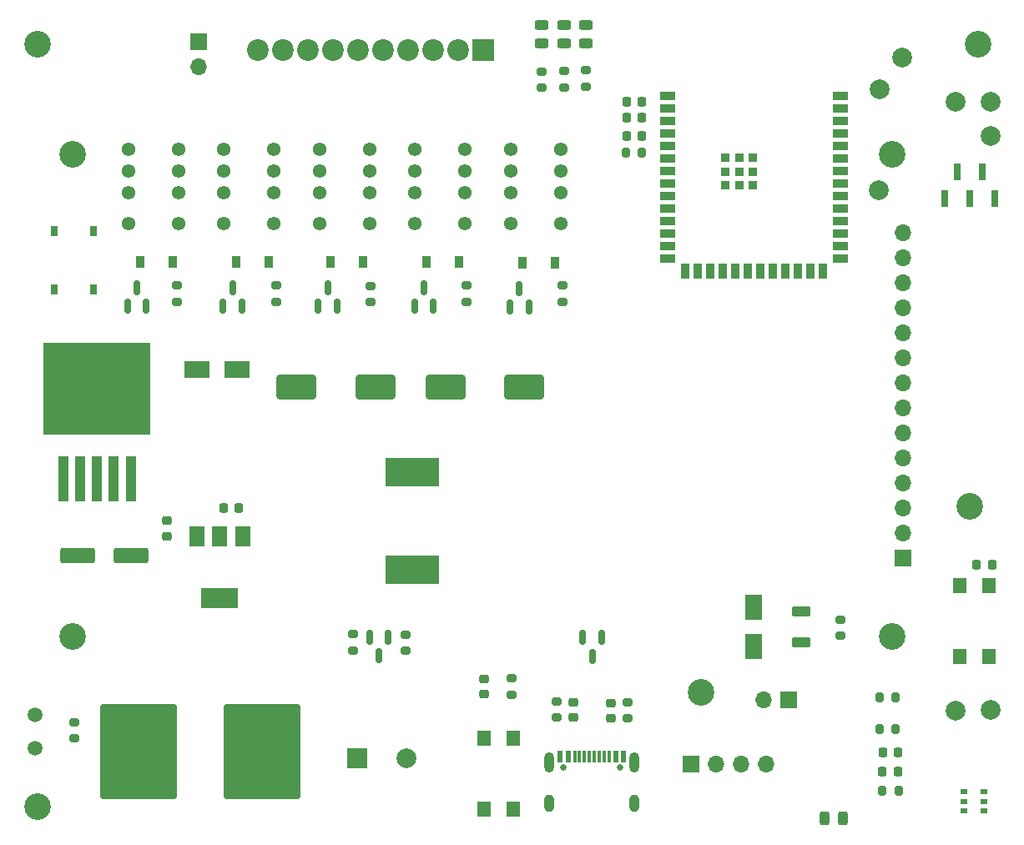
<source format=gbr>
%TF.GenerationSoftware,KiCad,Pcbnew,6.0.11+dfsg-1~bpo11+1*%
%TF.CreationDate,2024-01-26T07:42:42-05:00*%
%TF.ProjectId,Thermostat,54686572-6d6f-4737-9461-742e6b696361,V0.5.2*%
%TF.SameCoordinates,Original*%
%TF.FileFunction,Soldermask,Top*%
%TF.FilePolarity,Negative*%
%FSLAX46Y46*%
G04 Gerber Fmt 4.6, Leading zero omitted, Abs format (unit mm)*
G04 Created by KiCad (PCBNEW 6.0.11+dfsg-1~bpo11+1) date 2024-01-26 07:42:42*
%MOMM*%
%LPD*%
G01*
G04 APERTURE LIST*
G04 Aperture macros list*
%AMRoundRect*
0 Rectangle with rounded corners*
0 $1 Rounding radius*
0 $2 $3 $4 $5 $6 $7 $8 $9 X,Y pos of 4 corners*
0 Add a 4 corners polygon primitive as box body*
4,1,4,$2,$3,$4,$5,$6,$7,$8,$9,$2,$3,0*
0 Add four circle primitives for the rounded corners*
1,1,$1+$1,$2,$3*
1,1,$1+$1,$4,$5*
1,1,$1+$1,$6,$7*
1,1,$1+$1,$8,$9*
0 Add four rect primitives between the rounded corners*
20,1,$1+$1,$2,$3,$4,$5,0*
20,1,$1+$1,$4,$5,$6,$7,0*
20,1,$1+$1,$6,$7,$8,$9,0*
20,1,$1+$1,$8,$9,$2,$3,0*%
G04 Aperture macros list end*
%ADD10R,1.100000X4.600000*%
%ADD11R,10.800000X9.400000*%
%ADD12C,1.381000*%
%ADD13RoundRect,0.150000X-0.150000X0.587500X-0.150000X-0.587500X0.150000X-0.587500X0.150000X0.587500X0*%
%ADD14RoundRect,0.200000X-0.275000X0.200000X-0.275000X-0.200000X0.275000X-0.200000X0.275000X0.200000X0*%
%ADD15C,1.500000*%
%ADD16C,2.700000*%
%ADD17R,0.700000X1.000000*%
%ADD18C,2.000000*%
%ADD19R,1.700000X1.700000*%
%ADD20O,1.700000X1.700000*%
%ADD21RoundRect,0.150000X0.150000X-0.587500X0.150000X0.587500X-0.150000X0.587500X-0.150000X-0.587500X0*%
%ADD22RoundRect,0.225000X0.250000X-0.225000X0.250000X0.225000X-0.250000X0.225000X-0.250000X-0.225000X0*%
%ADD23RoundRect,0.200000X0.275000X-0.200000X0.275000X0.200000X-0.275000X0.200000X-0.275000X-0.200000X0*%
%ADD24C,0.650000*%
%ADD25R,0.600000X1.240000*%
%ADD26R,0.300000X1.240000*%
%ADD27O,1.000000X2.100000*%
%ADD28O,1.000000X1.800000*%
%ADD29R,0.900000X1.200000*%
%ADD30RoundRect,0.200000X0.200000X0.275000X-0.200000X0.275000X-0.200000X-0.275000X0.200000X-0.275000X0*%
%ADD31RoundRect,0.225000X-0.225000X-0.250000X0.225000X-0.250000X0.225000X0.250000X-0.225000X0.250000X0*%
%ADD32RoundRect,0.225000X0.225000X0.250000X-0.225000X0.250000X-0.225000X-0.250000X0.225000X-0.250000X0*%
%ADD33R,1.800000X2.500000*%
%ADD34R,1.500000X2.000000*%
%ADD35R,3.800000X2.000000*%
%ADD36R,0.800000X0.500000*%
%ADD37R,2.000000X2.000000*%
%ADD38RoundRect,0.250000X1.500000X0.550000X-1.500000X0.550000X-1.500000X-0.550000X1.500000X-0.550000X0*%
%ADD39RoundRect,0.200000X-0.200000X-0.275000X0.200000X-0.275000X0.200000X0.275000X-0.200000X0.275000X0*%
%ADD40RoundRect,0.243750X-0.456250X0.243750X-0.456250X-0.243750X0.456250X-0.243750X0.456250X0.243750X0*%
%ADD41RoundRect,0.249998X-3.650002X-4.550002X3.650002X-4.550002X3.650002X4.550002X-3.650002X4.550002X0*%
%ADD42R,5.410200X2.895600*%
%ADD43R,1.400000X1.600000*%
%ADD44RoundRect,0.250000X0.700000X-0.275000X0.700000X0.275000X-0.700000X0.275000X-0.700000X-0.275000X0*%
%ADD45RoundRect,0.243750X-0.243750X-0.456250X0.243750X-0.456250X0.243750X0.456250X-0.243750X0.456250X0*%
%ADD46R,2.500000X1.800000*%
%ADD47RoundRect,0.250000X1.750000X1.000000X-1.750000X1.000000X-1.750000X-1.000000X1.750000X-1.000000X0*%
%ADD48R,1.500000X0.900000*%
%ADD49R,0.900000X1.500000*%
%ADD50R,0.900000X0.900000*%
%ADD51R,2.200000X2.200000*%
%ADD52C,2.200000*%
%ADD53R,0.650000X1.800000*%
G04 APERTURE END LIST*
D10*
%TO.C,U2*%
X116375000Y-113045000D03*
X118075000Y-113045000D03*
X119775000Y-113045000D03*
D11*
X119775000Y-103895000D03*
D10*
X121475000Y-113045000D03*
X123175000Y-113045000D03*
%TD*%
D12*
%TO.C,K1*%
X128015000Y-87170000D03*
X128015000Y-83970000D03*
X128015000Y-81770000D03*
X128015000Y-79570000D03*
X122935000Y-79570000D03*
X122935000Y-81770000D03*
X122935000Y-83970000D03*
X122935000Y-87170000D03*
%TD*%
D13*
%TO.C,Q1*%
X149320000Y-129160000D03*
X147420000Y-129160000D03*
X148370000Y-131035000D03*
%TD*%
D14*
%TO.C,R8*%
X169340000Y-71595000D03*
X169340000Y-73245000D03*
%TD*%
D15*
%TO.C,R12*%
X113440000Y-137010000D03*
X113440000Y-140410000D03*
%TD*%
D16*
%TO.C,H3*%
X181040000Y-134700000D03*
%TD*%
D17*
%TO.C,BR1*%
X119440000Y-87895000D03*
X115440000Y-87895000D03*
X115440000Y-93845000D03*
X119440000Y-93845000D03*
%TD*%
D14*
%TO.C,R15*%
X151060000Y-128872500D03*
X151060000Y-130522500D03*
%TD*%
D18*
%TO.C,TP2*%
X210390000Y-136490000D03*
%TD*%
D19*
%TO.C,J2*%
X130040000Y-68660000D03*
D20*
X130040000Y-71200000D03*
%TD*%
D21*
%TO.C,Q5*%
X151970000Y-95557500D03*
X153870000Y-95557500D03*
X152920000Y-93682500D03*
%TD*%
D18*
%TO.C,TP3*%
X206870000Y-74770000D03*
%TD*%
%TO.C,TP5*%
X210390000Y-74770000D03*
%TD*%
D22*
%TO.C,C9*%
X126900000Y-118855000D03*
X126900000Y-117305000D03*
%TD*%
D23*
%TO.C,R6*%
X166368000Y-137300000D03*
X166368000Y-135650000D03*
%TD*%
D12*
%TO.C,K4*%
X157110000Y-87170000D03*
X157110000Y-83970000D03*
X157110000Y-81770000D03*
X157110000Y-79570000D03*
X152030000Y-79570000D03*
X152030000Y-81770000D03*
X152030000Y-83970000D03*
X152030000Y-87170000D03*
%TD*%
D22*
%TO.C,C6*%
X168120000Y-137265000D03*
X168120000Y-135715000D03*
%TD*%
D23*
%TO.C,R7*%
X173590000Y-137380000D03*
X173590000Y-135730000D03*
%TD*%
D24*
%TO.C,J1*%
X167080000Y-142320000D03*
X172860000Y-142320000D03*
D25*
X166770000Y-141200000D03*
X167570000Y-141200000D03*
D26*
X168720000Y-141200000D03*
X169720000Y-141200000D03*
X170220000Y-141200000D03*
X171220000Y-141200000D03*
D25*
X172370000Y-141200000D03*
X173170000Y-141200000D03*
X173170000Y-141200000D03*
X172370000Y-141200000D03*
D26*
X171720000Y-141200000D03*
X170720000Y-141200000D03*
X169220000Y-141200000D03*
X168220000Y-141200000D03*
D25*
X167570000Y-141200000D03*
X166770000Y-141200000D03*
D27*
X174290000Y-141800000D03*
D28*
X165650000Y-146000000D03*
D27*
X165650000Y-141800000D03*
D28*
X174290000Y-146000000D03*
%TD*%
D16*
%TO.C,H2*%
X209120000Y-68950000D03*
%TD*%
D29*
%TO.C,D11*%
X156520000Y-91070000D03*
X153220000Y-91070000D03*
%TD*%
D30*
%TO.C,R11*%
X201075000Y-144740000D03*
X199425000Y-144740000D03*
%TD*%
D31*
%TO.C,C7*%
X209005000Y-121780000D03*
X210555000Y-121780000D03*
%TD*%
D32*
%TO.C,C2*%
X175040000Y-78280000D03*
X173490000Y-78280000D03*
%TD*%
D33*
%TO.C,D1*%
X186420000Y-126060000D03*
X186420000Y-130060000D03*
%TD*%
D34*
%TO.C,U3*%
X134530000Y-118870000D03*
X132230000Y-118870000D03*
D35*
X132230000Y-125170000D03*
D34*
X129930000Y-118870000D03*
%TD*%
D36*
%TO.C,U4*%
X207750000Y-144780000D03*
X207750000Y-145780000D03*
X207750000Y-146780000D03*
X209750000Y-146780000D03*
X209750000Y-145780000D03*
X209750000Y-144780000D03*
%TD*%
D37*
%TO.C,BZ1*%
X146120000Y-141410000D03*
D18*
X151120000Y-141410000D03*
%TD*%
D16*
%TO.C,H5*%
X117290000Y-80140000D03*
%TD*%
D12*
%TO.C,K5*%
X166790000Y-87170000D03*
X166790000Y-83970000D03*
X166790000Y-81770000D03*
X166790000Y-79570000D03*
X161710000Y-79570000D03*
X161710000Y-81770000D03*
X161710000Y-83970000D03*
X161710000Y-87170000D03*
%TD*%
D32*
%TO.C,C4*%
X175040000Y-76360000D03*
X173490000Y-76360000D03*
%TD*%
D38*
%TO.C,C12*%
X123200000Y-120830000D03*
X117800000Y-120830000D03*
%TD*%
D18*
%TO.C,TP4*%
X201450000Y-70260000D03*
%TD*%
D39*
%TO.C,R2*%
X199155000Y-138470000D03*
X200805000Y-138470000D03*
%TD*%
D18*
%TO.C,TP4*%
X199060000Y-83750000D03*
%TD*%
D40*
%TO.C,D5*%
X169340000Y-67002500D03*
X169340000Y-68877500D03*
%TD*%
D14*
%TO.C,R17*%
X137930000Y-93435000D03*
X137930000Y-95085000D03*
%TD*%
D40*
%TO.C,D7*%
X164910000Y-66992500D03*
X164910000Y-68867500D03*
%TD*%
D41*
%TO.C,C13*%
X124020000Y-140770000D03*
X136520000Y-140770000D03*
%TD*%
D18*
%TO.C,TP4*%
X210390000Y-78260000D03*
%TD*%
D22*
%TO.C,C1*%
X159000000Y-134915000D03*
X159000000Y-133365000D03*
%TD*%
D42*
%TO.C,L2*%
X151710000Y-122286000D03*
X151710000Y-112380000D03*
%TD*%
D18*
%TO.C,TP1*%
X206830000Y-136570000D03*
%TD*%
D16*
%TO.C,H4*%
X113750000Y-146300000D03*
%TD*%
D14*
%TO.C,R9*%
X167120000Y-71675000D03*
X167120000Y-73325000D03*
%TD*%
D21*
%TO.C,Q4*%
X142220000Y-95537500D03*
X144120000Y-95537500D03*
X143170000Y-93662500D03*
%TD*%
D13*
%TO.C,D3*%
X170950000Y-129172500D03*
X169050000Y-129172500D03*
X170000000Y-131047500D03*
%TD*%
D43*
%TO.C,SW2*%
X210288000Y-131108000D03*
X210288000Y-123908000D03*
X207288000Y-123908000D03*
X207288000Y-131108000D03*
%TD*%
D21*
%TO.C,Q3*%
X132560000Y-95557500D03*
X134460000Y-95557500D03*
X133510000Y-93682500D03*
%TD*%
%TO.C,Q6*%
X161670000Y-95577500D03*
X163570000Y-95577500D03*
X162620000Y-93702500D03*
%TD*%
D18*
%TO.C,TP4*%
X199170000Y-73540000D03*
%TD*%
D29*
%TO.C,D9*%
X137160000Y-91050000D03*
X133860000Y-91050000D03*
%TD*%
D14*
%TO.C,R5*%
X195210000Y-127325000D03*
X195210000Y-128975000D03*
%TD*%
D16*
%TO.C,H9*%
X208310000Y-115860000D03*
%TD*%
D32*
%TO.C,C3*%
X175040000Y-74740000D03*
X173490000Y-74740000D03*
%TD*%
D44*
%TO.C,L1*%
X191220000Y-129635000D03*
X191220000Y-126485000D03*
%TD*%
D45*
%TO.C,D2*%
X193602500Y-147470000D03*
X195477500Y-147470000D03*
%TD*%
D16*
%TO.C,H1*%
X113750000Y-68950000D03*
%TD*%
D12*
%TO.C,K3*%
X147400000Y-87170000D03*
X147400000Y-83970000D03*
X147400000Y-81770000D03*
X147400000Y-79570000D03*
X142320000Y-79570000D03*
X142320000Y-81770000D03*
X142320000Y-83970000D03*
X142320000Y-87170000D03*
%TD*%
D46*
%TO.C,D4*%
X129940000Y-101930000D03*
X133940000Y-101930000D03*
%TD*%
D29*
%TO.C,D12*%
X166240000Y-91090000D03*
X162940000Y-91090000D03*
%TD*%
D14*
%TO.C,R10*%
X164910000Y-71695000D03*
X164910000Y-73345000D03*
%TD*%
%TO.C,R18*%
X147500000Y-93445000D03*
X147500000Y-95095000D03*
%TD*%
D39*
%TO.C,R3*%
X199135000Y-135200000D03*
X200785000Y-135200000D03*
%TD*%
D47*
%TO.C,C10*%
X148000000Y-103710000D03*
X140000000Y-103710000D03*
%TD*%
D16*
%TO.C,H6*%
X200400000Y-80140000D03*
%TD*%
D29*
%TO.C,D8*%
X127430000Y-91040000D03*
X124130000Y-91040000D03*
%TD*%
D23*
%TO.C,R14*%
X117500000Y-139415000D03*
X117500000Y-137765000D03*
%TD*%
D14*
%TO.C,R19*%
X157230000Y-93435000D03*
X157230000Y-95085000D03*
%TD*%
%TO.C,R20*%
X166950000Y-93425000D03*
X166950000Y-95075000D03*
%TD*%
%TO.C,R16*%
X127850000Y-93415000D03*
X127850000Y-95065000D03*
%TD*%
D48*
%TO.C,U1*%
X177662500Y-74160000D03*
X177662500Y-75430000D03*
X177662500Y-76700000D03*
X177662500Y-77970000D03*
X177662500Y-79240000D03*
X177662500Y-80510000D03*
X177662500Y-81780000D03*
X177662500Y-83050000D03*
X177662500Y-84320000D03*
X177662500Y-85590000D03*
X177662500Y-86860000D03*
X177662500Y-88130000D03*
X177662500Y-89400000D03*
X177662500Y-90670000D03*
D49*
X179427500Y-91920000D03*
X180697500Y-91920000D03*
X181967500Y-91920000D03*
X183237500Y-91920000D03*
X184507500Y-91920000D03*
X185777500Y-91920000D03*
X187047500Y-91920000D03*
X188317500Y-91920000D03*
X189587500Y-91920000D03*
X190857500Y-91920000D03*
X192127500Y-91920000D03*
X193397500Y-91920000D03*
D48*
X195162500Y-90670000D03*
X195162500Y-89400000D03*
X195162500Y-88130000D03*
X195162500Y-86860000D03*
X195162500Y-85590000D03*
X195162500Y-84320000D03*
X195162500Y-83050000D03*
X195162500Y-81780000D03*
X195162500Y-80510000D03*
X195162500Y-79240000D03*
X195162500Y-77970000D03*
X195162500Y-76700000D03*
X195162500Y-75430000D03*
X195162500Y-74160000D03*
D50*
X184912500Y-81880000D03*
X183512500Y-81880000D03*
X186312500Y-81880000D03*
X183512500Y-83280000D03*
X184912500Y-83280000D03*
X186312500Y-83280000D03*
X183512500Y-80480000D03*
X184912500Y-80480000D03*
X186312500Y-80480000D03*
%TD*%
D19*
%TO.C,J6*%
X179990000Y-142010000D03*
D20*
X182530000Y-142010000D03*
X185070000Y-142010000D03*
X187610000Y-142010000D03*
%TD*%
D40*
%TO.C,D6*%
X167120000Y-67002500D03*
X167120000Y-68877500D03*
%TD*%
D19*
%TO.C,J5*%
X189960000Y-135440000D03*
D20*
X187420000Y-135440000D03*
%TD*%
D31*
%TO.C,C8*%
X132615000Y-116000000D03*
X134165000Y-116000000D03*
%TD*%
D12*
%TO.C,K2*%
X137700000Y-87170000D03*
X137700000Y-83970000D03*
X137700000Y-81770000D03*
X137700000Y-79570000D03*
X132620000Y-79570000D03*
X132620000Y-81770000D03*
X132620000Y-83970000D03*
X132620000Y-87170000D03*
%TD*%
D16*
%TO.C,H8*%
X117290000Y-129040000D03*
%TD*%
D22*
%TO.C,C5*%
X171900000Y-137335000D03*
X171900000Y-135785000D03*
%TD*%
D47*
%TO.C,C11*%
X163110000Y-103730000D03*
X155110000Y-103730000D03*
%TD*%
D43*
%TO.C,SW1*%
X162028000Y-139402000D03*
X162028000Y-146602000D03*
X159028000Y-139402000D03*
X159028000Y-146602000D03*
%TD*%
D19*
%TO.C,J7*%
X201505000Y-121120000D03*
D20*
X201505000Y-118580000D03*
X201505000Y-116040000D03*
X201505000Y-113500000D03*
X201505000Y-110960000D03*
X201505000Y-108420000D03*
X201505000Y-105880000D03*
X201505000Y-103340000D03*
X201505000Y-100800000D03*
X201505000Y-98260000D03*
X201505000Y-95720000D03*
X201505000Y-93180000D03*
X201505000Y-90640000D03*
X201505000Y-88100000D03*
%TD*%
D23*
%TO.C,R1*%
X161840000Y-134955000D03*
X161840000Y-133305000D03*
%TD*%
D21*
%TO.C,Q2*%
X122880000Y-95537500D03*
X124780000Y-95537500D03*
X123830000Y-93662500D03*
%TD*%
D32*
%TO.C,C15*%
X201015000Y-140780000D03*
X199465000Y-140780000D03*
%TD*%
D30*
%TO.C,R4*%
X175075000Y-79910000D03*
X173425000Y-79910000D03*
%TD*%
D51*
%TO.C,J3*%
X158940000Y-69550000D03*
D52*
X156400000Y-69550000D03*
X153860000Y-69550000D03*
X151320000Y-69550000D03*
X148780000Y-69550000D03*
X146240000Y-69550000D03*
X143700000Y-69550000D03*
X141160000Y-69550000D03*
X138620000Y-69550000D03*
X136080000Y-69550000D03*
%TD*%
D14*
%TO.C,R13*%
X145700000Y-128832500D03*
X145700000Y-130482500D03*
%TD*%
D29*
%TO.C,D10*%
X146770000Y-91040000D03*
X143470000Y-91040000D03*
%TD*%
D16*
%TO.C,H7*%
X200400000Y-129040000D03*
%TD*%
D32*
%TO.C,C14*%
X200995000Y-142730000D03*
X199445000Y-142730000D03*
%TD*%
D53*
%TO.C,J4*%
X210850000Y-84590000D03*
X209580000Y-81890000D03*
X208310000Y-84590000D03*
X207040000Y-81890000D03*
X205770000Y-84590000D03*
%TD*%
M02*

</source>
